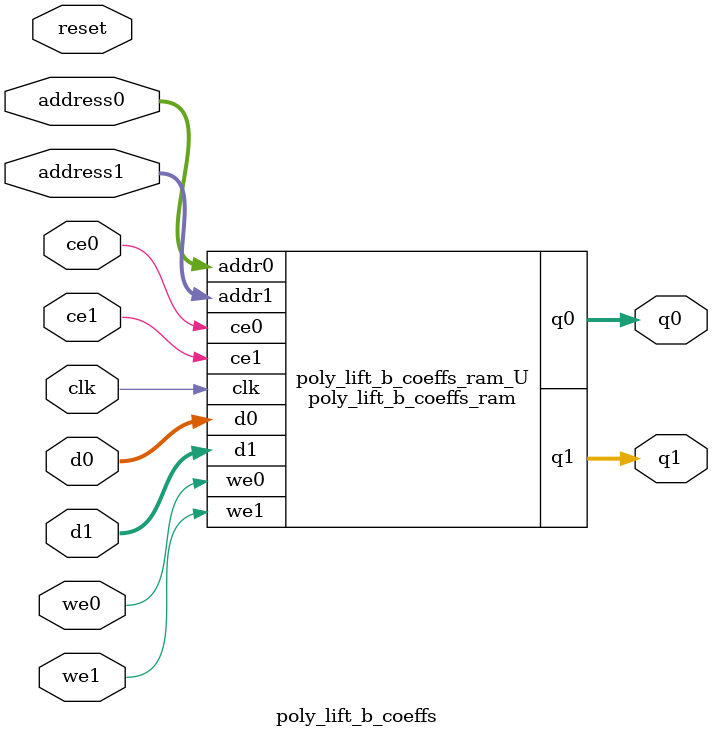
<source format=v>
`timescale 1 ns / 1 ps
module poly_lift_b_coeffs_ram (addr0, ce0, d0, we0, q0, addr1, ce1, d1, we1, q1,  clk);

parameter DWIDTH = 16;
parameter AWIDTH = 10;
parameter MEM_SIZE = 701;

input[AWIDTH-1:0] addr0;
input ce0;
input[DWIDTH-1:0] d0;
input we0;
output reg[DWIDTH-1:0] q0;
input[AWIDTH-1:0] addr1;
input ce1;
input[DWIDTH-1:0] d1;
input we1;
output reg[DWIDTH-1:0] q1;
input clk;

(* ram_style = "block" *)reg [DWIDTH-1:0] ram[0:MEM_SIZE-1];




always @(posedge clk)  
begin 
    if (ce0) 
    begin
        if (we0) 
        begin 
            ram[addr0] <= d0; 
        end 
        q0 <= ram[addr0];
    end
end


always @(posedge clk)  
begin 
    if (ce1) 
    begin
        if (we1) 
        begin 
            ram[addr1] <= d1; 
        end 
        q1 <= ram[addr1];
    end
end


endmodule

`timescale 1 ns / 1 ps
module poly_lift_b_coeffs(
    reset,
    clk,
    address0,
    ce0,
    we0,
    d0,
    q0,
    address1,
    ce1,
    we1,
    d1,
    q1);

parameter DataWidth = 32'd16;
parameter AddressRange = 32'd701;
parameter AddressWidth = 32'd10;
input reset;
input clk;
input[AddressWidth - 1:0] address0;
input ce0;
input we0;
input[DataWidth - 1:0] d0;
output[DataWidth - 1:0] q0;
input[AddressWidth - 1:0] address1;
input ce1;
input we1;
input[DataWidth - 1:0] d1;
output[DataWidth - 1:0] q1;



poly_lift_b_coeffs_ram poly_lift_b_coeffs_ram_U(
    .clk( clk ),
    .addr0( address0 ),
    .ce0( ce0 ),
    .we0( we0 ),
    .d0( d0 ),
    .q0( q0 ),
    .addr1( address1 ),
    .ce1( ce1 ),
    .we1( we1 ),
    .d1( d1 ),
    .q1( q1 ));

endmodule


</source>
